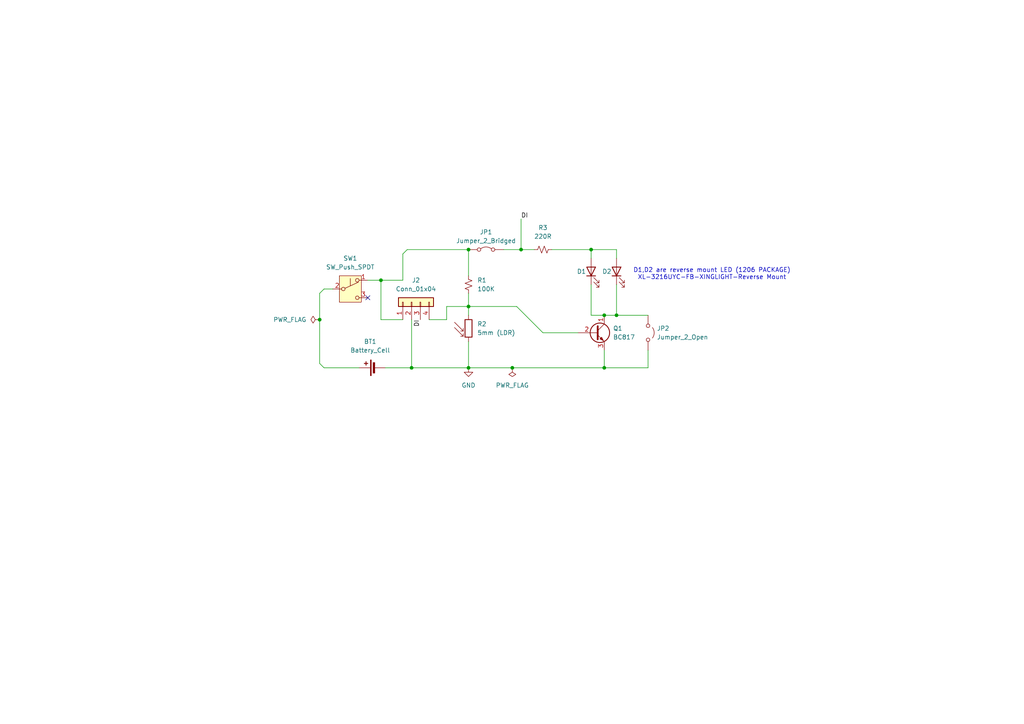
<source format=kicad_sch>
(kicad_sch (version 20250114) (generator "eeschema") (generator_version "9.0")
  (paper "A4")
  (title_block (title "Hardware Hackathon 1.0 Keychain") (date "2025-07-15") (rev "V1") (company "PCB CUBID") (comment 1 "Co-Author : Srinivasan M") (comment 2 "Author : Karthi E"))
  (lib_symbols
    (symbol "Connector_Generic:Conn_01x04" (pin_names (offset 1.016) (hide yes))
      (property "Reference" "J" (at 0 5.08 0))
      (property "Value" "Conn_01x04" (at 0 -7.62 0))
      (symbol "Conn_01x04_1_1"
        (rectangle (start -1.27 3.81) (end 1.27 -6.35) (stroke (width 0.254)) (fill (type background)))
        (rectangle (start -1.27 2.667) (end 0 2.413) (stroke (width 0.1524)))
        (rectangle (start -1.27 0.127) (end 0 -0.127) (stroke (width 0.1524)))
        (rectangle (start -1.27 -2.413) (end 0 -2.667) (stroke (width 0.1524)))
        (rectangle (start -1.27 -4.953) (end 0 -5.207) (stroke (width 0.1524)))
        (pin passive line (at -5.08 2.54 0) (length 3.81) (name "Pin_1") (number "1"))
        (pin passive line (at -5.08 0 0) (length 3.81) (name "Pin_2") (number "2"))
        (pin passive line (at -5.08 -2.54 0) (length 3.81) (name "Pin_3") (number "3"))
        (pin passive line (at -5.08 -5.08 0) (length 3.81) (name "Pin_4") (number "4"))
      )
    )
    (symbol "Device:Battery_Cell" (pin_numbers (hide yes)) (pin_names (offset 0) (hide yes))
      (property "Reference" "BT" (at 2.54 2.54 0))
      (property "Value" "Battery_Cell" (at 2.54 0 0))
      (symbol "Battery_Cell_0_1"
        (rectangle (start -2.286 1.778) (end 2.286 1.524) (fill (type outline)))
        (rectangle (start -1.524 1.016) (end 1.524 0.508) (fill (type outline)))
        (polyline (pts (xy 0 1.778) (xy 0 2.54)))
        (polyline (pts (xy 0 0.762) (xy 0 0)))
        (polyline (pts (xy 0.762 3.048) (xy 1.778 3.048)) (stroke (width 0.254)))
        (polyline (pts (xy 1.27 3.556) (xy 1.27 2.54)) (stroke (width 0.254)))
      )
      (symbol "Battery_Cell_1_1"
        (pin passive line (at 0 5.08 270) (length 2.54) (name "+") (number "1"))
        (pin passive line (at 0 -2.54 90) (length 2.54) (name "-") (number "2"))
      )
    )
    (symbol "Device:LED" (pin_numbers (hide yes)) (pin_names (offset 1.016) (hide yes))
      (property "Reference" "D" (at 0 2.54 0))
      (property "Value" "LED" (at 0 -2.54 0))
      (symbol "LED_0_1"
        (polyline (pts (xy -3.048 -0.762) (xy -4.572 -2.286) (xy -3.81 -2.286) (xy -4.572 -2.286) (xy -4.572 -1.524)))
        (polyline (pts (xy -1.778 -0.762) (xy -3.302 -2.286) (xy -2.54 -2.286) (xy -3.302 -2.286) (xy -3.302 -1.524)))
        (polyline (pts (xy -1.27 0) (xy 1.27 0)))
        (polyline (pts (xy -1.27 -1.27) (xy -1.27 1.27)) (stroke (width 0.254)))
        (polyline (pts (xy 1.27 -1.27) (xy 1.27 1.27) (xy -1.27 0) (xy 1.27 -1.27)) (stroke (width 0.254)))
      )
      (symbol "LED_1_1"
        (pin passive line (at -3.81 0 0) (length 2.54) (name "K") (number "1"))
        (pin passive line (at 3.81 0 180) (length 2.54) (name "A") (number "2"))
      )
    )
    (symbol "Device:R_Small_US" (pin_numbers (hide yes)) (pin_names (offset 0.254) (hide yes))
      (property "Reference" "R" (at 0.762 0.508 0))
      (property "Value" "R_Small_US" (at 0.762 -1.016 0))
      (symbol "R_Small_US_1_1"
        (polyline (pts (xy 0 1.524) (xy 1.016 1.143) (xy 0 0.762) (xy -1.016 0.381) (xy 0 0)))
        (polyline (pts (xy 0 0) (xy 1.016 -0.381) (xy 0 -0.762) (xy -1.016 -1.143) (xy 0 -1.524)))
        (pin passive line (at 0 2.54 270) (length 1.016) (name "~") (number "1"))
        (pin passive line (at 0 -2.54 90) (length 1.016) (name "~") (number "2"))
      )
    )
    (symbol "Jumper:Jumper_2_Bridged" (pin_numbers (hide yes)) (pin_names (offset 0) (hide yes))
      (property "Reference" "JP" (at 0 1.905 0))
      (property "Value" "Jumper_2_Bridged" (at 0 -2.54 0))
      (symbol "Jumper_2_Bridged_0_0"
        (circle (center -2.032 0) (radius 0.508))
        (circle (center 2.032 0) (radius 0.508))
      )
      (symbol "Jumper_2_Bridged_0_1"
        (arc (start -1.524 0.254) (mid 0 0.762) (end 1.524 0.254))
      )
      (symbol "Jumper_2_Bridged_1_1"
        (pin passive line (at -5.08 0 0) (length 2.54) (name "A") (number "1"))
        (pin passive line (at 5.08 0 180) (length 2.54) (name "B") (number "2"))
      )
    )
    (symbol "Jumper:Jumper_2_Open" (pin_numbers (hide yes)) (pin_names (offset 0) (hide yes))
      (property "Reference" "JP" (at 0 2.794 0))
      (property "Value" "Jumper_2_Open" (at 0 -2.286 0))
      (symbol "Jumper_2_Open_0_0"
        (circle (center -2.032 0) (radius 0.508))
        (circle (center 2.032 0) (radius 0.508))
      )
      (symbol "Jumper_2_Open_0_1"
        (arc (start -1.524 1.27) (mid 0 1.778) (end 1.524 1.27))
      )
      (symbol "Jumper_2_Open_1_1"
        (pin passive line (at -5.08 0 0) (length 2.54) (name "A") (number "1"))
        (pin passive line (at 5.08 0 180) (length 2.54) (name "B") (number "2"))
      )
    )
    (symbol "Sensor_Optical:LDR07" (pin_numbers (hide yes)) (pin_names (offset 0))
      (property "Reference" "R" (at -5.08 0 90))
      (property "Value" "LDR07" (at 1.905 0 90))
      (symbol "LDR07_0_1"
        (polyline (pts (xy -1.524 -0.762) (xy -4.064 1.778)))
        (polyline (pts (xy -1.524 -0.762) (xy -2.286 -0.762)))
        (polyline (pts (xy -1.524 -0.762) (xy -1.524 0)))
        (polyline (pts (xy -1.524 -2.286) (xy -4.064 0.254)))
        (polyline (pts (xy -1.524 -2.286) (xy -2.286 -2.286)))
        (polyline (pts (xy -1.524 -2.286) (xy -1.524 -1.524)))
        (rectangle (start -1.016 2.54) (end 1.016 -2.54) (stroke (width 0.254)))
      )
      (symbol "LDR07_1_1"
        (pin passive line (at 0 3.81 270) (length 1.27) (name "~") (number "1"))
        (pin passive line (at 0 -3.81 90) (length 1.27) (name "~") (number "2"))
      )
    )
    (symbol "Switch:SW_Push_SPDT" (pin_names (offset 0) (hide yes))
      (property "Reference" "SW" (at 0 5.08 0))
      (property "Value" "SW_Push_SPDT" (at 0 -5.08 0))
      (symbol "SW_Push_SPDT_0_0"
        (circle (center -2.032 0) (radius 0.508))
        (polyline (pts (xy 0 1.016) (xy 0 3.048)))
        (circle (center 2.032 -2.54) (radius 0.508))
      )
      (symbol "SW_Push_SPDT_0_1"
        (polyline (pts (xy -1.524 0.2032) (xy 2.3368 1.9812)))
        (circle (center 2.032 2.54) (radius 0.508))
      )
      (symbol "SW_Push_SPDT_1_1"
        (rectangle (start -3.175 3.81) (end 3.175 -3.81) (fill (type background)))
        (pin passive line (at -5.08 0 0) (length 2.54) (name "B") (number "2"))
        (pin passive line (at 5.08 2.54 180) (length 2.54) (name "A") (number "1"))
        (pin passive line (at 5.08 -2.54 180) (length 2.54) (name "C") (number "3"))
      )
    )
    (symbol "Transistor_BJT:BC547" (pin_names (offset 0) (hide yes))
      (property "Reference" "Q" (at 5.08 1.905 0))
      (property "Value" "BC547" (at 5.08 0 0))
      (symbol "BC547_0_1"
        (polyline (pts (xy 0 0) (xy 0.635 0)))
        (polyline (pts (xy 0.635 1.905) (xy 0.635 -1.905) (xy 0.635 -1.905)) (stroke (width 0.508)))
        (polyline (pts (xy 0.635 0.635) (xy 2.54 2.54)))
        (polyline (pts (xy 0.635 -0.635) (xy 2.54 -2.54) (xy 2.54 -2.54)))
        (circle (center 1.27 0) (radius 2.8194) (stroke (width 0.254)))
        (polyline (pts (xy 1.27 -1.778) (xy 1.778 -1.27) (xy 2.286 -2.286) (xy 1.27 -1.778) (xy 1.27 -1.778)) (fill (type outline)))
      )
      (symbol "BC547_1_1"
        (pin input line (at -5.08 0 0) (length 5.08) (name "B") (number "2"))
        (pin passive line (at 2.54 5.08 270) (length 2.54) (name "C") (number "1"))
        (pin passive line (at 2.54 -5.08 90) (length 2.54) (name "E") (number "3"))
      )
    )
    (symbol "power:GND" (power) (pin_numbers (hide yes)) (pin_names (offset 0) (hide yes))
      (property "Value" "GND" (at 0 -3.81 0))
      (symbol "GND_0_1"
        (polyline (pts (xy 0 0) (xy 0 -1.27) (xy 1.27 -1.27) (xy 0 -2.54) (xy -1.27 -1.27) (xy 0 -1.27)))
      )
      (symbol "GND_1_1"
        (pin power_in line (at 0 0 270) (length 0) (name "~") (number "1"))
      )
    )
    (symbol "power:PWR_FLAG" (power) (pin_numbers (hide yes)) (pin_names (offset 0) (hide yes))
      (property "Value" "PWR_FLAG" (at 0 3.81 0))
      (symbol "PWR_FLAG_0_0"
        (pin power_out line (at 0 0 90) (length 0) (name "~") (number "1"))
      )
      (symbol "PWR_FLAG_0_1"
        (polyline (pts (xy 0 0) (xy 0 1.27) (xy -1.016 1.905) (xy 0 2.54) (xy 1.016 1.905) (xy 0 1.27)))
      )
    )
  )
  (text "D1,D2 are reverse mount LED (1206 PACKAGE)\nXL-3216UYC-FB-XINGLIGHT-Reverse Mount" (at 206.502 79.502 0) (effects (font (size 1.27 1.27))))
  (junction (at 178.816 91.44))
  (junction (at 110.49 81.28))
  (junction (at 175.26 91.44))
  (junction (at 151.13 72.39))
  (junction (at 171.45 72.39))
  (junction (at 135.89 106.68))
  (junction (at 92.71 92.71))
  (junction (at 135.89 72.39))
  (junction (at 119.38 106.68))
  (junction (at 148.59 106.68))
  (junction (at 135.89 88.9))
  (junction (at 175.26 106.68))
  (no_connect (at 106.68 86.36))
  (wire (pts (xy 175.26 106.68) (xy 175.26 101.6)))
  (wire (pts (xy 92.71 85.09) (xy 92.71 92.71)))
  (wire (pts (xy 135.89 85.09) (xy 135.89 88.9)))
  (wire (pts (xy 157.48 96.52) (xy 167.64 96.52)))
  (wire (pts (xy 119.38 92.71) (xy 119.38 106.68)))
  (wire (pts (xy 135.89 72.39) (xy 135.89 80.01)))
  (wire (pts (xy 171.45 72.39) (xy 178.816 72.39)))
  (wire (pts (xy 171.45 82.55) (xy 171.45 91.44)))
  (wire (pts (xy 151.13 63.5) (xy 151.13 72.39)))
  (wire (pts (xy 175.26 106.68) (xy 187.96 106.68)))
  (wire (pts (xy 160.02 72.39) (xy 171.45 72.39)))
  (wire (pts (xy 187.96 106.68) (xy 187.96 101.6)))
  (wire (pts (xy 129.54 92.71) (xy 129.54 88.9)))
  (wire (pts (xy 110.49 81.28) (xy 110.49 92.71)))
  (wire (pts (xy 171.45 72.39) (xy 171.45 74.93)))
  (wire (pts (xy 178.816 91.44) (xy 187.96 91.44)))
  (wire (pts (xy 129.54 88.9) (xy 135.89 88.9)))
  (wire (pts (xy 92.71 105.41) (xy 93.98 106.68)))
  (wire (pts (xy 124.46 92.71) (xy 129.54 92.71)))
  (wire (pts (xy 135.89 106.68) (xy 148.59 106.68)))
  (wire (pts (xy 178.816 82.55) (xy 178.816 91.44)))
  (wire (pts (xy 106.68 81.28) (xy 110.49 81.28)))
  (wire (pts (xy 148.59 106.68) (xy 175.26 106.68)))
  (wire (pts (xy 110.49 81.28) (xy 116.84 81.28)))
  (wire (pts (xy 151.13 72.39) (xy 154.94 72.39)))
  (wire (pts (xy 92.71 85.09) (xy 93.98 83.82)))
  (wire (pts (xy 149.86 88.9) (xy 157.48 96.52)))
  (wire (pts (xy 92.71 92.71) (xy 92.71 105.41)))
  (wire (pts (xy 116.84 73.66) (xy 116.84 81.28)))
  (wire (pts (xy 93.98 106.68) (xy 104.14 106.68)))
  (wire (pts (xy 135.89 88.9) (xy 149.86 88.9)))
  (wire (pts (xy 118.11 72.39) (xy 135.89 72.39)))
  (wire (pts (xy 171.45 91.44) (xy 175.26 91.44)))
  (wire (pts (xy 119.38 106.68) (xy 135.89 106.68)))
  (wire (pts (xy 111.76 106.68) (xy 119.38 106.68)))
  (wire (pts (xy 146.05 72.39) (xy 151.13 72.39)))
  (wire (pts (xy 93.98 83.82) (xy 96.52 83.82)))
  (wire (pts (xy 116.84 73.66) (xy 118.11 72.39)))
  (wire (pts (xy 110.49 92.71) (xy 116.84 92.71)))
  (wire (pts (xy 178.816 72.39) (xy 178.816 74.93)))
  (wire (pts (xy 135.89 99.06) (xy 135.89 106.68)))
  (wire (pts (xy 175.26 91.44) (xy 178.816 91.44)))
  (wire (pts (xy 135.89 88.9) (xy 135.89 91.44)))
  (label "DI" (at 121.92 92.71 270))
  (label "DI" (at 151.13 63.5 0))
  (symbol (lib_id "power:PWR_FLAG") (at 92.71 92.71 90) (unit 1)
    (property "Reference" "#FLG01" (effects (hide yes)))
    (property "Value" "PWR_FLAG" (at 88.9 92.7099 90) (effects (justify left)))
    (property "Description" "Special symbol for telling ERC where power comes from" (effects (hide yes)))
  )
  (symbol (lib_id "Device:R_Small_US") (at 135.89 82.55 180) (unit 1)
    (property "Reference" "R1" (at 138.43 81.2799 0) (effects (justify right)))
    (property "Value" "100K" (at 138.43 83.8199 0) (effects (justify right)))
    (property "Footprint" "Resistor_SMD:R_0603_1608Metric_Pad0.98x0.95mm_HandSolder" (effects (hide yes)))
    (property "Description" "Resistor, small US symbol" (effects (hide yes)))
  )
  (symbol (lib_id "Device:LED") (at 178.816 78.74 90) (unit 1)
    (property "Reference" "D2" (at 176.022 78.74 90))
    (property "Value" "LED" (effects (hide yes)))
    (property "Footprint" "LED_SMD:LED_1206_3216Metric_ReverseMount_Hole1.8x2.4mm" (effects (hide yes)))
    (property "Description" "Light emitting diode" (effects (hide yes)))
    (property "Sim.Library" ".\\" (effects (hide yes)))
  )
  (symbol (lib_id "Connector_Generic:Conn_01x04") (at 119.38 87.63 90) (unit 1)
    (property "Reference" "J2" (at 120.65 81.28 90))
    (property "Value" "Conn_01x04" (at 120.65 83.82 90))
    (property "Footprint" "Connector_PinSocket_2.54mm:PinSocket_1x04_P2.54mm_Vertical" (effects (hide yes)))
    (property "Description" "Generic connector, single row, 01x04, script generated (kicad-library-utils/schlib/autogen/connector/)" (effects (hide yes)))
  )
  (symbol (lib_id "Device:LED") (at 171.45 78.74 90) (unit 1)
    (property "Reference" "D1" (at 168.656 78.74 90))
    (property "Value" "LED" (effects (hide yes)))
    (property "Footprint" "LED_SMD:LED_1206_3216Metric_ReverseMount_Hole1.8x2.4mm" (effects (hide yes)))
    (property "Description" "Light emitting diode" (effects (hide yes)))
  )
  (symbol (lib_id "Sensor_Optical:LDR07") (at 135.89 95.25 0) (unit 1)
    (property "Reference" "R2" (at 138.43 93.9799 0) (effects (justify left)))
    (property "Value" "5mm (LDR)" (at 138.43 96.5199 0) (effects (justify left)))
    (property "Footprint" "OptoDevice:R_LDR_5.1x4.3mm_P3.4mm_Vertical" (effects (hide yes)))
    (property "Datasheet" "http://www.tme.eu/de/Document/f2e3ad76a925811312d226c31da4cd7e/LDR07.pdf" (effects (hide yes)))
    (property "Description" "light dependent resistor" (effects (hide yes)))
  )
  (symbol (lib_id "power:GND") (at 135.89 106.68 0) (unit 1)
    (property "Reference" "#PWR01" (effects (hide yes)))
    (property "Value" "GND" (at 135.89 111.76 0))
    (property "Description" "Power symbol creates a global label with name \"GND\" , ground" (effects (hide yes)))
  )
  (symbol (lib_id "Transistor_BJT:BC547") (at 172.72 96.52 0) (unit 1)
    (property "Reference" "Q1" (at 177.8 95.2499 0) (effects (justify left)))
    (property "Value" "BC817" (at 177.8 97.7899 0) (effects (justify left)))
    (property "Footprint" "Package_TO_SOT_SMD:TSOT-23" (effects (hide yes)))
    (property "Datasheet" "https://www.onsemi.com/pub/Collateral/BC550-D.pdf" (effects (hide yes)))
    (property "Description" "0.1A Ic, 45V Vce, Small Signal NPN Transistor, TO-92" (effects (hide yes)))
  )
  (symbol (lib_id "Switch:SW_Push_SPDT") (at 101.6 83.82 0) (unit 1)
    (property "Reference" "SW1" (at 101.6 74.93 0))
    (property "Value" "SW_Push_SPDT" (at 101.6 77.47 0))
    (property "Footprint" "Button_Switch_SMD:SW_SPDT_PCM12" (effects (hide yes)))
    (property "Description" "Momentary Switch, single pole double throw" (effects (hide yes)))
    (property "Sim.Library" "./" (effects (hide yes)))
  )
  (symbol (lib_id "Device:R_Small_US") (at 157.48 72.39 270) (unit 1)
    (property "Reference" "R3" (at 157.48 66.04 90))
    (property "Value" "220R" (at 157.48 68.58 90))
    (property "Footprint" "Resistor_SMD:R_0603_1608Metric_Pad0.98x0.95mm_HandSolder" (effects (hide yes)))
    (property "Description" "Resistor, small US symbol" (effects (hide yes)))
  )
  (symbol (lib_id "Jumper:Jumper_2_Open") (at 187.96 96.52 270) (unit 1)
    (property "Reference" "JP2" (at 190.5 95.2499 90) (effects (justify left)))
    (property "Value" "Jumper_2_Open" (at 190.5 97.7899 90) (effects (justify left)))
    (property "Footprint" "Jumper:SolderJumper-2_P1.3mm_Open_RoundedPad1.0x1.5mm" (effects (hide yes)))
    (property "Description" "Jumper, 2-pole, open" (effects (hide yes)))
  )
  (symbol (lib_id "Jumper:Jumper_2_Bridged") (at 140.97 72.39 0) (unit 1)
    (property "Reference" "JP1" (at 140.97 67.31 0))
    (property "Value" "Jumper_2_Bridged" (at 140.97 69.85 0))
    (property "Footprint" "Jumper:SolderJumper-2_P1.3mm_Bridged_RoundedPad1.0x1.5mm" (effects (hide yes)))
    (property "Description" "Jumper, 2-pole, closed/bridged" (effects (hide yes)))
  )
  (symbol (lib_id "power:PWR_FLAG") (at 148.59 106.68 180) (unit 1)
    (property "Reference" "#FLG02" (effects (hide yes)))
    (property "Value" "PWR_FLAG" (at 148.59 111.76 0))
    (property "Description" "Special symbol for telling ERC where power comes from" (effects (hide yes)))
  )
  (symbol (lib_id "Device:Battery_Cell") (at 109.22 106.68 90) (unit 1)
    (property "Reference" "BT1" (at 107.3785 99.06 90))
    (property "Value" "Battery_Cell" (at 107.3785 101.6 90))
    (property "Footprint" "C2032_Battery_Holder_Conpact:BAT_BAT-HLD-001" (effects (hide yes)))
    (property "Description" "Single-cell battery" (effects (hide yes)))
  )
)
</source>
